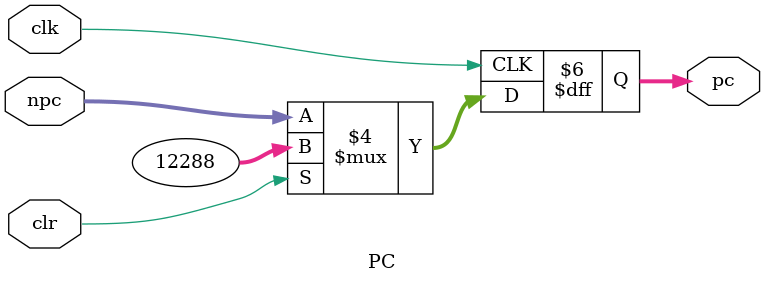
<source format=v>
`timescale 1ns / 1ps
module PC(
	input [31:0] npc,
	input clr,clk,
	output reg [31:0] pc
    );
	initial begin
		pc=32'h3000;
	end
	
	always@(posedge clk)begin
		if(clr)begin
			pc<=32'h3000;
		end
		
		else begin
			pc<=npc;
		end
	end
	//Óëµ¥ÖÜÆÚÀàËÆ£¬Êä³öpc£¬Ê±ÖÓÉÏÉýÑØÀ´ÁÙÊ±¸üÐÂpc

endmodule

</source>
